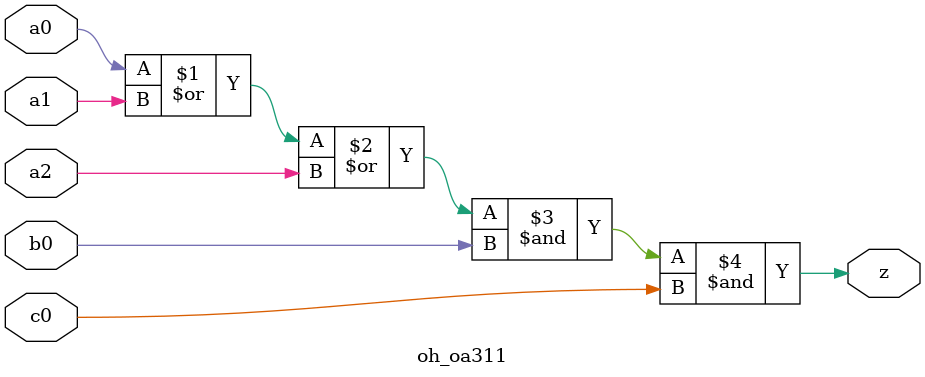
<source format=v>


module oh_oa311 #(parameter DW = 1 ) // array width
   (
    input [DW-1:0]  a0,
    input [DW-1:0]  a1,
    input [DW-1:0]  a2,
    input [DW-1:0]  b0,
    input [DW-1:0]  c0, 
    output [DW-1:0] z
    );
   
   assign z = (a0 | a1 | a2) & b0 & c0;
   
endmodule

</source>
